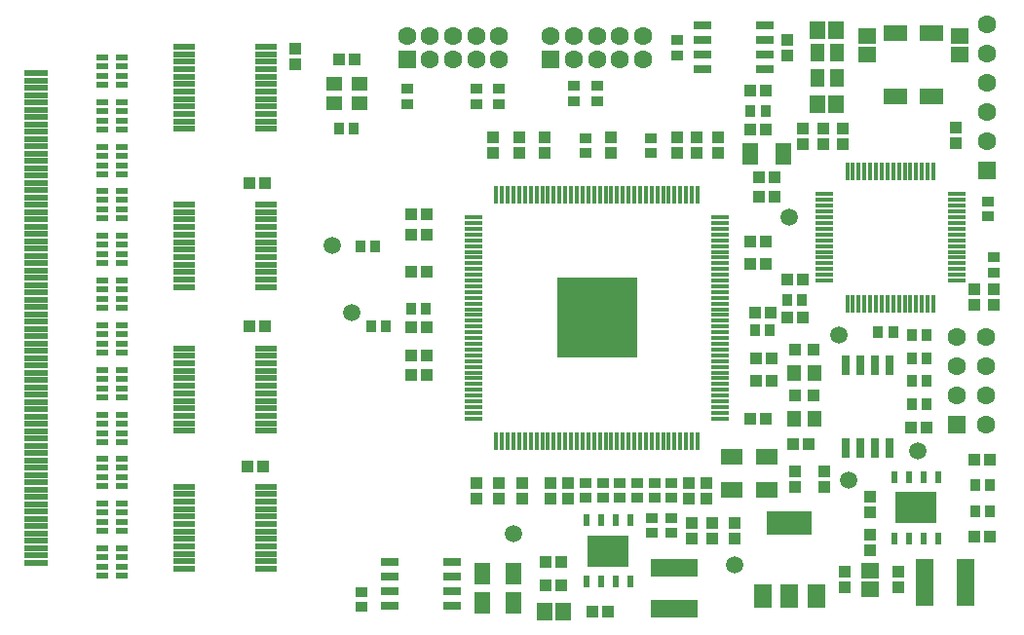
<source format=gts>
G04*
G04 #@! TF.GenerationSoftware,Altium Limited,Altium Designer,24.2.2 (26)*
G04*
G04 Layer_Color=8388736*
%FSLAX44Y44*%
%MOMM*%
G71*
G04*
G04 #@! TF.SameCoordinates,00A82A7E-E9F6-4F9A-BCAE-F82A0DBAF845*
G04*
G04*
G04 #@! TF.FilePolarity,Negative*
G04*
G01*
G75*
%ADD46R,1.0000X1.1000*%
%ADD47R,1.0500X0.9500*%
%ADD48C,1.5000*%
%ADD49R,0.6100X1.0000*%
%ADD50R,3.6000X2.7000*%
%ADD51R,1.1000X1.0000*%
%ADD52R,0.9500X1.0500*%
%ADD53R,1.2500X1.4500*%
%ADD54R,0.7500X1.7500*%
%ADD55R,1.9000X1.4000*%
%ADD56R,1.6000X4.1000*%
%ADD57R,1.4000X1.5000*%
%ADD58R,1.5000X1.4000*%
%ADD59R,1.3300X1.9000*%
%ADD60R,1.6250X0.8000*%
%ADD61R,1.4000X1.2000*%
%ADD62R,1.9000X0.5500*%
%ADD63R,1.0000X0.5500*%
%ADD64R,2.1000X0.4800*%
%ADD65R,0.4000X1.5750*%
%ADD66R,1.5750X0.4000*%
%ADD67R,4.1000X1.6000*%
%ADD68R,1.6000X2.1000*%
%ADD69R,3.9000X2.1000*%
%ADD70R,1.0000X1.0500*%
%ADD71R,6.9500X6.9500*%
%ADD72R,1.3000X1.5000*%
%ADD73R,2.0000X1.4000*%
%ADD74R,1.4000X1.9000*%
%ADD75C,1.6000*%
%ADD76R,1.6000X1.6000*%
%ADD77R,1.6000X1.6000*%
D46*
X838250Y415000D02*
D03*
X851750D02*
D03*
Y435000D02*
D03*
X838250D02*
D03*
X833250Y517000D02*
D03*
X846750D02*
D03*
X833250Y536000D02*
D03*
X846750D02*
D03*
X870750Y360000D02*
D03*
X884250D02*
D03*
X833250Y382500D02*
D03*
X846750D02*
D03*
X1041750Y346500D02*
D03*
X1028250D02*
D03*
X655750Y237500D02*
D03*
X669250D02*
D03*
Y257500D02*
D03*
X655750D02*
D03*
X709250Y215000D02*
D03*
X695750D02*
D03*
X1041750Y280000D02*
D03*
X1028250D02*
D03*
X551750Y462000D02*
D03*
X538250D02*
D03*
X551750Y420000D02*
D03*
X538250D02*
D03*
X551750Y560000D02*
D03*
X538250D02*
D03*
X551750Y542500D02*
D03*
X538250D02*
D03*
Y510000D02*
D03*
X551750D02*
D03*
X411750Y587500D02*
D03*
X398250D02*
D03*
X411750Y462500D02*
D03*
X398250D02*
D03*
X409750Y341000D02*
D03*
X396250D02*
D03*
X840750Y592500D02*
D03*
X854250D02*
D03*
X865250Y503000D02*
D03*
X878750D02*
D03*
X846750Y668000D02*
D03*
X833250D02*
D03*
X475750Y695000D02*
D03*
X489250D02*
D03*
X986750Y375000D02*
D03*
X973250D02*
D03*
X538250Y437500D02*
D03*
X551750D02*
D03*
X850750Y475000D02*
D03*
X837250D02*
D03*
X840750Y575000D02*
D03*
X854250D02*
D03*
X865250Y470000D02*
D03*
X878750D02*
D03*
X846750Y634000D02*
D03*
X833250D02*
D03*
D47*
X747500Y283326D02*
D03*
Y296326D02*
D03*
X765000Y296326D02*
D03*
Y283326D02*
D03*
X690000Y326500D02*
D03*
Y313500D02*
D03*
X705000Y313500D02*
D03*
Y326500D02*
D03*
X720000Y313500D02*
D03*
Y326500D02*
D03*
X735000Y313500D02*
D03*
Y326500D02*
D03*
X750000Y326500D02*
D03*
Y313500D02*
D03*
X765000Y313500D02*
D03*
Y326500D02*
D03*
X770000Y698500D02*
D03*
Y711500D02*
D03*
X747000Y626500D02*
D03*
Y613500D02*
D03*
X690000Y626500D02*
D03*
Y613500D02*
D03*
X700000Y658500D02*
D03*
Y671500D02*
D03*
X680000Y658500D02*
D03*
Y671500D02*
D03*
X535000Y656000D02*
D03*
Y669000D02*
D03*
X1045000Y509500D02*
D03*
Y522500D02*
D03*
X615000Y656000D02*
D03*
Y669000D02*
D03*
X595000Y656000D02*
D03*
Y669000D02*
D03*
X495000Y218500D02*
D03*
Y231500D02*
D03*
X1040000Y558500D02*
D03*
Y571500D02*
D03*
D48*
X487000Y475000D02*
D03*
X470056Y532750D02*
D03*
X918464Y329184D02*
D03*
X910000Y455000D02*
D03*
X867500Y557500D02*
D03*
X979000Y354000D02*
D03*
X820000Y255000D02*
D03*
X627500Y282500D02*
D03*
D49*
X729050Y294000D02*
D03*
X716350D02*
D03*
X703650D02*
D03*
X690950D02*
D03*
Y241000D02*
D03*
X703650D02*
D03*
X716350D02*
D03*
X729050D02*
D03*
X996550Y331500D02*
D03*
X983850D02*
D03*
X971150D02*
D03*
X958450D02*
D03*
Y278500D02*
D03*
X971150D02*
D03*
X983850D02*
D03*
X996550D02*
D03*
D50*
X710000Y267500D02*
D03*
X977500Y305000D02*
D03*
D51*
X782500Y291750D02*
D03*
Y278250D02*
D03*
X780000Y326750D02*
D03*
Y313250D02*
D03*
X795000D02*
D03*
Y326750D02*
D03*
X820000Y278250D02*
D03*
Y291750D02*
D03*
X800000D02*
D03*
Y278250D02*
D03*
X872500Y336750D02*
D03*
Y323250D02*
D03*
X897500Y336750D02*
D03*
Y323250D02*
D03*
X675000Y326750D02*
D03*
Y313250D02*
D03*
X660000Y326750D02*
D03*
Y313250D02*
D03*
X635000Y326750D02*
D03*
Y313250D02*
D03*
X615000Y326750D02*
D03*
Y313250D02*
D03*
X595000Y326750D02*
D03*
Y313250D02*
D03*
X937500Y314250D02*
D03*
Y300750D02*
D03*
Y281750D02*
D03*
Y268250D02*
D03*
X915000Y235750D02*
D03*
Y249250D02*
D03*
X962000Y236250D02*
D03*
Y249750D02*
D03*
X865000Y711750D02*
D03*
Y698250D02*
D03*
X787000Y613250D02*
D03*
Y626750D02*
D03*
X805000Y613250D02*
D03*
Y626750D02*
D03*
X712500Y613250D02*
D03*
Y626750D02*
D03*
X655000Y613250D02*
D03*
Y626750D02*
D03*
X610000Y613250D02*
D03*
Y626750D02*
D03*
X437500Y704250D02*
D03*
Y690750D02*
D03*
X897000Y634750D02*
D03*
Y621250D02*
D03*
X1045000Y481250D02*
D03*
Y494750D02*
D03*
X1012000Y635750D02*
D03*
Y622250D02*
D03*
X632500Y626750D02*
D03*
Y613250D02*
D03*
X1028000Y494750D02*
D03*
Y481250D02*
D03*
X914000Y634750D02*
D03*
Y621250D02*
D03*
X770000Y626750D02*
D03*
Y613250D02*
D03*
X879000Y634750D02*
D03*
Y621250D02*
D03*
D52*
X986500Y455000D02*
D03*
X973500D02*
D03*
X850500Y459000D02*
D03*
X837500D02*
D03*
X957500Y458000D02*
D03*
X944500D02*
D03*
X1041500Y302000D02*
D03*
X1028500D02*
D03*
X1041500Y325000D02*
D03*
X1028500D02*
D03*
X494500Y532000D02*
D03*
X507500D02*
D03*
X516500Y462500D02*
D03*
X503500D02*
D03*
X538500Y478000D02*
D03*
X551500D02*
D03*
X489000Y635000D02*
D03*
X476000D02*
D03*
X878500Y486000D02*
D03*
X865500D02*
D03*
X833500Y650000D02*
D03*
X846500D02*
D03*
X973500Y435000D02*
D03*
X986500D02*
D03*
X986500Y415000D02*
D03*
X973500D02*
D03*
X986500Y395000D02*
D03*
X973500D02*
D03*
D53*
X888750Y422500D02*
D03*
X871250D02*
D03*
X888750Y382500D02*
D03*
X871250D02*
D03*
D54*
X915950Y428500D02*
D03*
X928650D02*
D03*
X941350D02*
D03*
X954050D02*
D03*
Y356500D02*
D03*
X941350D02*
D03*
X928650D02*
D03*
X915950D02*
D03*
D55*
X847500Y349500D02*
D03*
Y320500D02*
D03*
X817500D02*
D03*
Y349500D02*
D03*
D56*
X984500Y240000D02*
D03*
X1020500D02*
D03*
D57*
X654500Y215000D02*
D03*
X670500D02*
D03*
X892000Y656000D02*
D03*
X908000D02*
D03*
X908000Y720000D02*
D03*
X892000D02*
D03*
D58*
X937500Y234500D02*
D03*
Y250500D02*
D03*
X935000Y699000D02*
D03*
Y715000D02*
D03*
X1015000Y699000D02*
D03*
Y715000D02*
D03*
D59*
X627500Y221900D02*
D03*
Y248100D02*
D03*
X600000Y221900D02*
D03*
Y248100D02*
D03*
D60*
X791880Y724050D02*
D03*
Y711350D02*
D03*
Y698650D02*
D03*
Y685950D02*
D03*
X846120D02*
D03*
Y698650D02*
D03*
Y711350D02*
D03*
Y724050D02*
D03*
X574120Y257550D02*
D03*
Y244850D02*
D03*
Y232150D02*
D03*
Y219450D02*
D03*
X519880D02*
D03*
Y232150D02*
D03*
Y244850D02*
D03*
Y257550D02*
D03*
D61*
X493500Y673500D02*
D03*
Y656500D02*
D03*
X471500Y673500D02*
D03*
Y656500D02*
D03*
D62*
X341200Y705750D02*
D03*
Y699250D02*
D03*
Y692750D02*
D03*
Y686250D02*
D03*
Y679750D02*
D03*
Y673250D02*
D03*
Y666750D02*
D03*
Y660250D02*
D03*
Y653750D02*
D03*
Y647250D02*
D03*
Y640750D02*
D03*
Y634250D02*
D03*
X412200D02*
D03*
Y640750D02*
D03*
Y647250D02*
D03*
Y653750D02*
D03*
Y660250D02*
D03*
Y666750D02*
D03*
Y673250D02*
D03*
Y679750D02*
D03*
Y686250D02*
D03*
Y692750D02*
D03*
Y699250D02*
D03*
Y705750D02*
D03*
Y568450D02*
D03*
Y561950D02*
D03*
Y555450D02*
D03*
Y548950D02*
D03*
Y542450D02*
D03*
Y535950D02*
D03*
Y529450D02*
D03*
Y522950D02*
D03*
Y516450D02*
D03*
Y509950D02*
D03*
Y503450D02*
D03*
Y496950D02*
D03*
X341200D02*
D03*
Y503450D02*
D03*
Y509950D02*
D03*
Y516450D02*
D03*
Y522950D02*
D03*
Y529450D02*
D03*
Y535950D02*
D03*
Y542450D02*
D03*
Y548950D02*
D03*
Y555450D02*
D03*
Y561950D02*
D03*
Y568450D02*
D03*
X412200Y443450D02*
D03*
Y436950D02*
D03*
Y430450D02*
D03*
Y423950D02*
D03*
Y417450D02*
D03*
Y410950D02*
D03*
Y404450D02*
D03*
Y397950D02*
D03*
Y391450D02*
D03*
Y384950D02*
D03*
Y378450D02*
D03*
Y371950D02*
D03*
X341200D02*
D03*
Y378450D02*
D03*
Y384950D02*
D03*
Y391450D02*
D03*
Y397950D02*
D03*
Y404450D02*
D03*
Y410950D02*
D03*
Y417450D02*
D03*
Y423950D02*
D03*
Y430450D02*
D03*
Y436950D02*
D03*
Y443450D02*
D03*
X412200Y323450D02*
D03*
Y316950D02*
D03*
Y310450D02*
D03*
Y303950D02*
D03*
Y297450D02*
D03*
Y290950D02*
D03*
Y284450D02*
D03*
Y277950D02*
D03*
Y271450D02*
D03*
Y264950D02*
D03*
Y258450D02*
D03*
Y251950D02*
D03*
X341200D02*
D03*
Y258450D02*
D03*
Y264950D02*
D03*
Y271450D02*
D03*
Y277950D02*
D03*
Y284450D02*
D03*
Y290950D02*
D03*
Y297450D02*
D03*
Y303950D02*
D03*
Y310450D02*
D03*
Y316950D02*
D03*
Y323450D02*
D03*
D63*
X287200Y253700D02*
D03*
Y245700D02*
D03*
Y269700D02*
D03*
Y261700D02*
D03*
X270200D02*
D03*
Y269700D02*
D03*
Y245700D02*
D03*
Y253700D02*
D03*
X287200Y369700D02*
D03*
Y361700D02*
D03*
Y385700D02*
D03*
Y377700D02*
D03*
X270200D02*
D03*
Y385700D02*
D03*
Y361700D02*
D03*
Y369700D02*
D03*
X287200Y331700D02*
D03*
Y323700D02*
D03*
Y347700D02*
D03*
Y339700D02*
D03*
X270200D02*
D03*
Y347700D02*
D03*
Y323700D02*
D03*
Y331700D02*
D03*
X287200Y408700D02*
D03*
Y400700D02*
D03*
Y424700D02*
D03*
Y416700D02*
D03*
X270200D02*
D03*
Y424700D02*
D03*
Y400700D02*
D03*
Y408700D02*
D03*
X287200Y447700D02*
D03*
Y439700D02*
D03*
Y463700D02*
D03*
Y455700D02*
D03*
X270200D02*
D03*
Y463700D02*
D03*
Y439700D02*
D03*
Y447700D02*
D03*
X287200Y486700D02*
D03*
Y478700D02*
D03*
Y502700D02*
D03*
Y494700D02*
D03*
X270200D02*
D03*
Y502700D02*
D03*
Y478700D02*
D03*
Y486700D02*
D03*
X287200Y525700D02*
D03*
Y517700D02*
D03*
Y541700D02*
D03*
Y533700D02*
D03*
X270200D02*
D03*
Y541700D02*
D03*
Y517700D02*
D03*
Y525700D02*
D03*
X287200Y564700D02*
D03*
Y556700D02*
D03*
Y580700D02*
D03*
Y572700D02*
D03*
X270200D02*
D03*
Y580700D02*
D03*
Y556700D02*
D03*
Y564700D02*
D03*
X287200Y602700D02*
D03*
Y594700D02*
D03*
Y618700D02*
D03*
Y610700D02*
D03*
X270200D02*
D03*
Y618700D02*
D03*
Y594700D02*
D03*
Y602700D02*
D03*
X287200Y641700D02*
D03*
Y633700D02*
D03*
Y657700D02*
D03*
Y649700D02*
D03*
X270200D02*
D03*
Y657700D02*
D03*
Y633700D02*
D03*
Y641700D02*
D03*
X287200Y680700D02*
D03*
Y672700D02*
D03*
Y696700D02*
D03*
Y688700D02*
D03*
X270200D02*
D03*
Y696700D02*
D03*
Y672700D02*
D03*
Y680700D02*
D03*
X287200Y292700D02*
D03*
Y284700D02*
D03*
Y308700D02*
D03*
Y300700D02*
D03*
X270200D02*
D03*
Y308700D02*
D03*
Y284700D02*
D03*
Y292700D02*
D03*
D64*
X213000Y257275D02*
D03*
Y269975D02*
D03*
Y282675D02*
D03*
Y295375D02*
D03*
Y308075D02*
D03*
Y320775D02*
D03*
Y333475D02*
D03*
Y346175D02*
D03*
Y358875D02*
D03*
Y371575D02*
D03*
Y384275D02*
D03*
Y396975D02*
D03*
Y409675D02*
D03*
Y422375D02*
D03*
Y435075D02*
D03*
Y447775D02*
D03*
Y460475D02*
D03*
Y473175D02*
D03*
Y485875D02*
D03*
Y498575D02*
D03*
Y511275D02*
D03*
Y523975D02*
D03*
Y536675D02*
D03*
Y549375D02*
D03*
Y562075D02*
D03*
Y574775D02*
D03*
Y587475D02*
D03*
Y600175D02*
D03*
Y612875D02*
D03*
Y650975D02*
D03*
Y663675D02*
D03*
Y676375D02*
D03*
Y263625D02*
D03*
Y276325D02*
D03*
Y289025D02*
D03*
Y301725D02*
D03*
Y314425D02*
D03*
Y327125D02*
D03*
Y339825D02*
D03*
Y352525D02*
D03*
Y365225D02*
D03*
Y377925D02*
D03*
Y390625D02*
D03*
Y403325D02*
D03*
Y416025D02*
D03*
Y428725D02*
D03*
Y441425D02*
D03*
Y454125D02*
D03*
Y466825D02*
D03*
Y479525D02*
D03*
Y492225D02*
D03*
Y504925D02*
D03*
Y517625D02*
D03*
Y530325D02*
D03*
Y543025D02*
D03*
Y555725D02*
D03*
Y568425D02*
D03*
Y581125D02*
D03*
Y593825D02*
D03*
Y606525D02*
D03*
Y619225D02*
D03*
Y657325D02*
D03*
Y670025D02*
D03*
Y682725D02*
D03*
Y625575D02*
D03*
Y631925D02*
D03*
Y638275D02*
D03*
Y644625D02*
D03*
D65*
X922500Y597380D02*
D03*
X937500D02*
D03*
X992500D02*
D03*
X987500D02*
D03*
X982500D02*
D03*
X977500D02*
D03*
X972500D02*
D03*
X967500D02*
D03*
X962500D02*
D03*
X957500D02*
D03*
X942500D02*
D03*
X932500D02*
D03*
X927500D02*
D03*
X917500D02*
D03*
Y482620D02*
D03*
X922500D02*
D03*
X927500D02*
D03*
X932500D02*
D03*
X937500D02*
D03*
X942500D02*
D03*
X947500D02*
D03*
X952500D02*
D03*
X957500D02*
D03*
X962500D02*
D03*
X967500D02*
D03*
X972500D02*
D03*
X977500D02*
D03*
X982500D02*
D03*
X987500D02*
D03*
X992500D02*
D03*
X947500Y597380D02*
D03*
X952500D02*
D03*
X747500Y577380D02*
D03*
X627500D02*
D03*
X787500D02*
D03*
X782500D02*
D03*
X777500D02*
D03*
X772500D02*
D03*
X767500D02*
D03*
X762500D02*
D03*
X757500D02*
D03*
X752500D02*
D03*
X742500D02*
D03*
X737500D02*
D03*
X732500D02*
D03*
X727500D02*
D03*
X722500D02*
D03*
X717500D02*
D03*
X712500D02*
D03*
X707500D02*
D03*
X702500D02*
D03*
X697500D02*
D03*
X692500D02*
D03*
X687500D02*
D03*
X682500D02*
D03*
X677500D02*
D03*
X672500D02*
D03*
X667500D02*
D03*
X662500D02*
D03*
X657500D02*
D03*
X652500D02*
D03*
X647500D02*
D03*
X642500D02*
D03*
X637500D02*
D03*
X632500D02*
D03*
X622500D02*
D03*
X617500D02*
D03*
X612500D02*
D03*
Y362620D02*
D03*
X617500D02*
D03*
X622500D02*
D03*
X627500D02*
D03*
X632500D02*
D03*
X637500D02*
D03*
X642500D02*
D03*
X647500D02*
D03*
X652500D02*
D03*
X657500D02*
D03*
X662500D02*
D03*
X667500D02*
D03*
X672500D02*
D03*
X677500D02*
D03*
X682500D02*
D03*
X687500D02*
D03*
X692500D02*
D03*
X697500D02*
D03*
X702500D02*
D03*
X707500D02*
D03*
X712500D02*
D03*
X717500D02*
D03*
X722500D02*
D03*
X727500D02*
D03*
X732500D02*
D03*
X737500D02*
D03*
X742500D02*
D03*
X747500D02*
D03*
X752500D02*
D03*
X757500D02*
D03*
X762500D02*
D03*
X767500D02*
D03*
X772500D02*
D03*
X777500D02*
D03*
X782500D02*
D03*
X787500D02*
D03*
D66*
X897620Y572500D02*
D03*
X1012380D02*
D03*
X897620Y577500D02*
D03*
Y567500D02*
D03*
Y562500D02*
D03*
Y557500D02*
D03*
Y552500D02*
D03*
Y547500D02*
D03*
Y542500D02*
D03*
Y537500D02*
D03*
Y532500D02*
D03*
Y527500D02*
D03*
Y522500D02*
D03*
Y517500D02*
D03*
Y512500D02*
D03*
Y507500D02*
D03*
Y502500D02*
D03*
X1012380D02*
D03*
Y507500D02*
D03*
Y512500D02*
D03*
Y517500D02*
D03*
Y522500D02*
D03*
Y527500D02*
D03*
Y532500D02*
D03*
Y537500D02*
D03*
Y542500D02*
D03*
Y547500D02*
D03*
Y552500D02*
D03*
Y557500D02*
D03*
Y562500D02*
D03*
Y567500D02*
D03*
Y577500D02*
D03*
X592620Y527500D02*
D03*
Y477500D02*
D03*
X807380Y472500D02*
D03*
X592620Y532500D02*
D03*
Y547500D02*
D03*
Y557500D02*
D03*
Y552500D02*
D03*
Y542500D02*
D03*
Y537500D02*
D03*
Y522500D02*
D03*
Y517500D02*
D03*
Y512500D02*
D03*
Y507500D02*
D03*
Y502500D02*
D03*
Y497500D02*
D03*
Y492500D02*
D03*
Y487500D02*
D03*
Y482500D02*
D03*
Y472500D02*
D03*
Y467500D02*
D03*
Y462500D02*
D03*
Y457500D02*
D03*
Y452500D02*
D03*
Y447500D02*
D03*
Y442500D02*
D03*
Y437500D02*
D03*
Y432500D02*
D03*
Y427500D02*
D03*
Y422500D02*
D03*
Y417500D02*
D03*
Y412500D02*
D03*
Y407500D02*
D03*
Y402500D02*
D03*
Y397500D02*
D03*
Y392500D02*
D03*
Y387500D02*
D03*
Y382500D02*
D03*
X807380D02*
D03*
Y387500D02*
D03*
Y392500D02*
D03*
Y397500D02*
D03*
Y402500D02*
D03*
Y407500D02*
D03*
Y412500D02*
D03*
Y417500D02*
D03*
Y422500D02*
D03*
Y427500D02*
D03*
Y432500D02*
D03*
Y437500D02*
D03*
Y442500D02*
D03*
Y447500D02*
D03*
Y452500D02*
D03*
Y457500D02*
D03*
Y462500D02*
D03*
Y467500D02*
D03*
Y477500D02*
D03*
Y482500D02*
D03*
Y487500D02*
D03*
Y492500D02*
D03*
Y497500D02*
D03*
Y502500D02*
D03*
Y507500D02*
D03*
Y512500D02*
D03*
Y517500D02*
D03*
Y522500D02*
D03*
Y527500D02*
D03*
Y532500D02*
D03*
Y537500D02*
D03*
Y542500D02*
D03*
Y547500D02*
D03*
Y552500D02*
D03*
Y557500D02*
D03*
D67*
X767500Y253000D02*
D03*
Y217000D02*
D03*
D68*
X844500Y228500D02*
D03*
X867500D02*
D03*
X890500D02*
D03*
D69*
X867500Y291500D02*
D03*
D70*
X888000Y442500D02*
D03*
X872000D02*
D03*
X888000Y402500D02*
D03*
X872000D02*
D03*
D71*
X700000Y470000D02*
D03*
D72*
X891500Y679000D02*
D03*
Y701000D02*
D03*
X908500D02*
D03*
Y679000D02*
D03*
D73*
X959000Y662500D02*
D03*
Y717500D02*
D03*
X991000D02*
D03*
Y662500D02*
D03*
D74*
X833000Y612500D02*
D03*
X862000D02*
D03*
D75*
X1012300Y402300D02*
D03*
X1037700Y376900D02*
D03*
Y427700D02*
D03*
X1012300D02*
D03*
X1037700Y402300D02*
D03*
X1012300Y453100D02*
D03*
X1037700D02*
D03*
X740000Y715000D02*
D03*
Y695000D02*
D03*
X720000Y715000D02*
D03*
Y695000D02*
D03*
X700000Y715000D02*
D03*
Y695000D02*
D03*
X680000Y715000D02*
D03*
Y695000D02*
D03*
X660000Y715000D02*
D03*
X1039000Y649200D02*
D03*
Y623800D02*
D03*
Y725400D02*
D03*
Y700000D02*
D03*
Y674600D02*
D03*
X615000Y715000D02*
D03*
Y695000D02*
D03*
X595000Y715000D02*
D03*
Y695000D02*
D03*
X575000Y715000D02*
D03*
Y695000D02*
D03*
X555000Y715000D02*
D03*
Y695000D02*
D03*
X535000Y715000D02*
D03*
D76*
X1012300Y376900D02*
D03*
D77*
X660000Y695000D02*
D03*
X1039000Y598400D02*
D03*
X535000Y695000D02*
D03*
M02*

</source>
